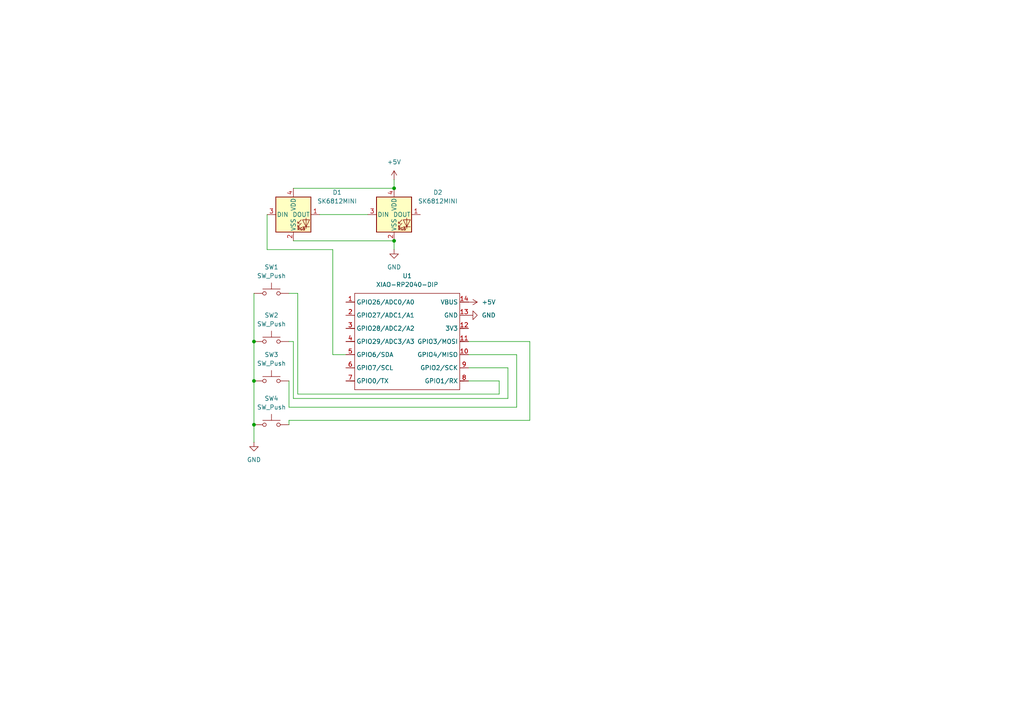
<source format=kicad_sch>
(kicad_sch (version 20250114) (generator "eeschema") (generator_version "9.0")
  (paper "A4")
  (lib_symbols
    (symbol "LED:SK6812MINI" (pin_names (offset 0.254))
      (property "Reference" "D" (at 5.08 5.715 0))
      (property "Value" "SK6812MINI" (at 1.27 -5.715 0))
      (symbol "SK6812MINI_0_0"
        (text "RGB" (at 2.286 -4.191 0) (effects (font (size 0.762 0.762))))
      )
      (symbol "SK6812MINI_0_1"
        (polyline (pts (xy 1.27 -2.54) (xy 1.778 -2.54)))
        (polyline (pts (xy 1.27 -3.556) (xy 1.778 -3.556)))
        (polyline (pts (xy 2.286 -1.524) (xy 1.27 -2.54) (xy 1.27 -2.032)))
        (polyline (pts (xy 2.286 -2.54) (xy 1.27 -3.556) (xy 1.27 -3.048)))
        (polyline (pts (xy 3.683 -1.016) (xy 3.683 -3.556) (xy 3.683 -4.064)))
        (polyline (pts (xy 4.699 -1.524) (xy 2.667 -1.524) (xy 3.683 -3.556) (xy 4.699 -1.524)))
        (polyline (pts (xy 4.699 -3.556) (xy 2.667 -3.556)))
        (rectangle (start 5.08 5.08) (end -5.08 -5.08) (stroke (width 0.254)) (fill (type background)))
      )
      (symbol "SK6812MINI_1_1"
        (pin input line (at -7.62 0 0) (length 2.54) (name "DIN") (number "3"))
        (pin power_in line (at 0 7.62 270) (length 2.54) (name "VDD") (number "4"))
        (pin power_in line (at 0 -7.62 90) (length 2.54) (name "VSS") (number "2"))
        (pin output line (at 7.62 0 180) (length 2.54) (name "DOUT") (number "1"))
      )
    )
    (symbol "OPL:XIAO-RP2040-DIP"
      (property "Reference" "U" (at 0 0 0))
      (property "Value" "XIAO-RP2040-DIP" (at 5.334 -1.778 0))
      (symbol "XIAO-RP2040-DIP_1_0"
        (polyline (pts (xy -1.27 -2.54) (xy 29.21 -2.54)) (stroke (width 0.1524)))
        (polyline (pts (xy -1.27 -5.08) (xy -2.54 -5.08)) (stroke (width 0.1524)))
        (polyline (pts (xy -1.27 -5.08) (xy -1.27 -2.54)) (stroke (width 0.1524)))
        (polyline (pts (xy -1.27 -8.89) (xy -2.54 -8.89)) (stroke (width 0.1524)))
        (polyline (pts (xy -1.27 -8.89) (xy -1.27 -5.08)) (stroke (width 0.1524)))
        (polyline (pts (xy -1.27 -12.7) (xy -2.54 -12.7)) (stroke (width 0.1524)))
        (polyline (pts (xy -1.27 -12.7) (xy -1.27 -8.89)) (stroke (width 0.1524)))
        (polyline (pts (xy -1.27 -16.51) (xy -2.54 -16.51)) (stroke (width 0.1524)))
        (polyline (pts (xy -1.27 -16.51) (xy -1.27 -12.7)) (stroke (width 0.1524)))
        (polyline (pts (xy -1.27 -20.32) (xy -2.54 -20.32)) (stroke (width 0.1524)))
        (polyline (pts (xy -1.27 -24.13) (xy -2.54 -24.13)) (stroke (width 0.1524)))
        (polyline (pts (xy -1.27 -27.94) (xy -2.54 -27.94)) (stroke (width 0.1524)))
        (polyline (pts (xy -1.27 -30.48) (xy -1.27 -16.51)) (stroke (width 0.1524)))
        (polyline (pts (xy 29.21 -2.54) (xy 29.21 -5.08)) (stroke (width 0.1524)))
        (polyline (pts (xy 29.21 -5.08) (xy 29.21 -8.89)) (stroke (width 0.1524)))
        (polyline (pts (xy 29.21 -8.89) (xy 29.21 -12.7)) (stroke (width 0.1524)))
        (polyline (pts (xy 29.21 -12.7) (xy 29.21 -30.48)) (stroke (width 0.1524)))
        (polyline (pts (xy 29.21 -30.48) (xy -1.27 -30.48)) (stroke (width 0.1524)))
        (polyline (pts (xy 30.48 -5.08) (xy 29.21 -5.08)) (stroke (width 0.1524)))
        (polyline (pts (xy 30.48 -8.89) (xy 29.21 -8.89)) (stroke (width 0.1524)))
        (polyline (pts (xy 30.48 -12.7) (xy 29.21 -12.7)) (stroke (width 0.1524)))
        (polyline (pts (xy 30.48 -16.51) (xy 29.21 -16.51)) (stroke (width 0.1524)))
        (polyline (pts (xy 30.48 -20.32) (xy 29.21 -20.32)) (stroke (width 0.1524)))
        (polyline (pts (xy 30.48 -24.13) (xy 29.21 -24.13)) (stroke (width 0.1524)))
        (polyline (pts (xy 30.48 -27.94) (xy 29.21 -27.94)) (stroke (width 0.1524)))
        (pin passive line (at -3.81 -5.08 0) (length 2.54) (name "GPIO26/ADC0/A0") (number "1"))
        (pin passive line (at -3.81 -8.89 0) (length 2.54) (name "GPIO27/ADC1/A1") (number "2"))
        (pin passive line (at -3.81 -12.7 0) (length 2.54) (name "GPIO28/ADC2/A2") (number "3"))
        (pin passive line (at -3.81 -16.51 0) (length 2.54) (name "GPIO29/ADC3/A3") (number "4"))
        (pin passive line (at -3.81 -20.32 0) (length 2.54) (name "GPIO6/SDA") (number "5"))
        (pin passive line (at -3.81 -24.13 0) (length 2.54) (name "GPIO7/SCL") (number "6"))
        (pin passive line (at -3.81 -27.94 0) (length 2.54) (name "GPIO0/TX") (number "7"))
        (pin passive line (at 31.75 -5.08 180) (length 2.54) (name "VBUS") (number "14"))
        (pin passive line (at 31.75 -8.89 180) (length 2.54) (name "GND") (number "13"))
        (pin passive line (at 31.75 -12.7 180) (length 2.54) (name "3V3") (number "12"))
        (pin passive line (at 31.75 -16.51 180) (length 2.54) (name "GPIO3/MOSI") (number "11"))
        (pin passive line (at 31.75 -20.32 180) (length 2.54) (name "GPIO4/MISO") (number "10"))
        (pin passive line (at 31.75 -24.13 180) (length 2.54) (name "GPIO2/SCK") (number "9"))
        (pin passive line (at 31.75 -27.94 180) (length 2.54) (name "GPIO1/RX") (number "8"))
      )
    )
    (symbol "Switch:SW_Push" (pin_numbers (hide yes)) (pin_names (offset 1.016) (hide yes))
      (property "Reference" "SW" (at 1.27 2.54 0))
      (property "Value" "SW_Push" (at 0 -1.524 0))
      (symbol "SW_Push_0_1"
        (circle (center -2.032 0) (radius 0.508))
        (polyline (pts (xy 0 1.27) (xy 0 3.048)))
        (circle (center 2.032 0) (radius 0.508))
        (polyline (pts (xy 2.54 1.27) (xy -2.54 1.27)))
        (pin passive line (at -5.08 0 0) (length 2.54) (name "1") (number "1"))
        (pin passive line (at 5.08 0 180) (length 2.54) (name "2") (number "2"))
      )
    )
    (symbol "power:+5V" (power) (pin_numbers (hide yes)) (pin_names (offset 0) (hide yes))
      (property "Value" "+5V" (at 0 3.556 0))
      (symbol "+5V_0_1"
        (polyline (pts (xy -0.762 1.27) (xy 0 2.54)))
        (polyline (pts (xy 0 2.54) (xy 0.762 1.27)))
        (polyline (pts (xy 0 0) (xy 0 2.54)))
      )
      (symbol "+5V_1_1"
        (pin power_in line (at 0 0 90) (length 0) (name "~") (number "1"))
      )
    )
    (symbol "power:GND" (power) (pin_numbers (hide yes)) (pin_names (offset 0) (hide yes))
      (property "Value" "GND" (at 0 -3.81 0))
      (symbol "GND_0_1"
        (polyline (pts (xy 0 0) (xy 0 -1.27) (xy 1.27 -1.27) (xy 0 -2.54) (xy -1.27 -1.27) (xy 0 -1.27)))
      )
      (symbol "GND_1_1"
        (pin power_in line (at 0 0 270) (length 0) (name "~") (number "1"))
      )
    )
  )
  (junction (at 114.3 54.61))
  (junction (at 73.66 99.06))
  (junction (at 73.66 123.19))
  (junction (at 114.3 69.85))
  (junction (at 73.66 110.49))
  (wire (pts (xy 85.09 115.57) (xy 85.09 99.06)))
  (wire (pts (xy 144.78 110.49) (xy 144.78 114.3)))
  (wire (pts (xy 73.66 99.06) (xy 73.66 110.49)))
  (wire (pts (xy 96.52 72.39) (xy 96.52 102.87)))
  (wire (pts (xy 83.82 110.49) (xy 83.82 118.11)))
  (wire (pts (xy 85.09 99.06) (xy 83.82 99.06)))
  (wire (pts (xy 73.66 123.19) (xy 73.66 128.27)))
  (wire (pts (xy 92.71 62.23) (xy 106.68 62.23)))
  (wire (pts (xy 135.89 110.49) (xy 144.78 110.49)))
  (wire (pts (xy 135.89 102.87) (xy 149.86 102.87)))
  (wire (pts (xy 96.52 102.87) (xy 100.33 102.87)))
  (wire (pts (xy 153.67 121.92) (xy 83.82 121.92)))
  (wire (pts (xy 86.36 114.3) (xy 86.36 85.09)))
  (wire (pts (xy 77.47 72.39) (xy 96.52 72.39)))
  (wire (pts (xy 135.89 106.68) (xy 147.32 106.68)))
  (wire (pts (xy 144.78 114.3) (xy 86.36 114.3)))
  (wire (pts (xy 83.82 121.92) (xy 83.82 123.19)))
  (wire (pts (xy 85.09 54.61) (xy 114.3 54.61)))
  (wire (pts (xy 85.09 69.85) (xy 114.3 69.85)))
  (wire (pts (xy 147.32 106.68) (xy 147.32 115.57)))
  (wire (pts (xy 86.36 85.09) (xy 83.82 85.09)))
  (wire (pts (xy 149.86 102.87) (xy 149.86 118.11)))
  (wire (pts (xy 135.89 99.06) (xy 153.67 99.06)))
  (wire (pts (xy 77.47 62.23) (xy 77.47 72.39)))
  (wire (pts (xy 153.67 99.06) (xy 153.67 121.92)))
  (wire (pts (xy 114.3 52.07) (xy 114.3 54.61)))
  (wire (pts (xy 149.86 118.11) (xy 83.82 118.11)))
  (wire (pts (xy 73.66 110.49) (xy 73.66 123.19)))
  (wire (pts (xy 114.3 69.85) (xy 114.3 72.39)))
  (wire (pts (xy 147.32 115.57) (xy 85.09 115.57)))
  (wire (pts (xy 73.66 85.09) (xy 73.66 99.06)))
  (symbol (lib_id "Switch:SW_Push") (at 78.74 99.06 0) (unit 1)
    (property "Reference" "SW2" (at 78.74 91.44 0))
    (property "Value" "SW_Push" (at 78.74 93.98 0))
    (property "Footprint" "Button_Switch_Keyboard:SW_Cherry_MX_1.00u_PCB" (effects (hide yes)))
    (property "Description" "Push button switch, generic, two pins" (effects (hide yes)))
  )
  (symbol (lib_id "Switch:SW_Push") (at 78.74 123.19 0) (unit 1)
    (property "Reference" "SW4" (at 78.74 115.57 0))
    (property "Value" "SW_Push" (at 78.74 118.11 0))
    (property "Footprint" "Button_Switch_Keyboard:SW_Cherry_MX_1.00u_PCB" (effects (hide yes)))
    (property "Description" "Push button switch, generic, two pins" (effects (hide yes)))
  )
  (symbol (lib_id "LED:SK6812MINI") (at 114.3 62.23 0) (unit 1)
    (property "Reference" "D2" (at 127 55.8098 0))
    (property "Value" "SK6812MINI" (at 127 58.3498 0))
    (property "Footprint" "LED_SMD:LED_SK6812MINI_PLCC4_3.5x3.5mm_P1.75mm" (effects (hide yes)))
    (property "Datasheet" "https://cdn-shop.adafruit.com/product-files/2686/SK6812MINI_REV.01-1-2.pdf" (effects (hide yes)))
    (property "Description" "RGB LED with integrated controller" (effects (hide yes)))
  )
  (symbol (lib_id "Switch:SW_Push") (at 78.74 85.09 0) (unit 1)
    (property "Reference" "SW1" (at 78.74 77.47 0))
    (property "Value" "SW_Push" (at 78.74 80.01 0))
    (property "Footprint" "Button_Switch_Keyboard:SW_Cherry_MX_1.00u_PCB" (effects (hide yes)))
    (property "Description" "Push button switch, generic, two pins" (effects (hide yes)))
  )
  (symbol (lib_id "power:GND") (at 73.66 128.27 0) (unit 1)
    (property "Reference" "#PWR01" (effects (hide yes)))
    (property "Value" "GND" (at 73.66 133.35 0))
    (property "Description" "Power symbol creates a global label with name \"GND\" , ground" (effects (hide yes)))
  )
  (symbol (lib_id "power:+5V") (at 135.89 87.63 270) (unit 1)
    (property "Reference" "#PWR04" (effects (hide yes)))
    (property "Value" "+5V" (at 139.7 87.6299 90) (effects (justify left)))
    (property "Description" "Power symbol creates a global label with name \"+5V\"" (effects (hide yes)))
  )
  (symbol (lib_id "power:GND") (at 114.3 72.39 0) (unit 1)
    (property "Reference" "#PWR02" (effects (hide yes)))
    (property "Value" "GND" (at 114.3 77.47 0))
    (property "Description" "Power symbol creates a global label with name \"GND\" , ground" (effects (hide yes)))
  )
  (symbol (lib_id "LED:SK6812MINI") (at 85.09 62.23 0) (unit 1)
    (property "Reference" "D1" (at 97.79 55.8098 0))
    (property "Value" "SK6812MINI" (at 97.79 58.3498 0))
    (property "Footprint" "LED_SMD:LED_SK6812MINI_PLCC4_3.5x3.5mm_P1.75mm" (effects (hide yes)))
    (property "Datasheet" "https://cdn-shop.adafruit.com/product-files/2686/SK6812MINI_REV.01-1-2.pdf" (effects (hide yes)))
    (property "Description" "RGB LED with integrated controller" (effects (hide yes)))
  )
  (symbol (lib_id "power:+5V") (at 114.3 52.07 0) (unit 1)
    (property "Reference" "#PWR03" (effects (hide yes)))
    (property "Value" "+5V" (at 114.3 46.99 0))
    (property "Description" "Power symbol creates a global label with name \"+5V\"" (effects (hide yes)))
  )
  (symbol (lib_id "OPL:XIAO-RP2040-DIP") (at 104.14 82.55 0) (unit 1)
    (property "Reference" "U1" (at 118.11 80.01 0))
    (property "Value" "XIAO-RP2040-DIP" (at 118.11 82.55 0))
    (property "Footprint" "XIAO_Footprints:XIAO-RP2040-DIP" (effects (hide yes)))
  )
  (symbol (lib_id "Switch:SW_Push") (at 78.74 110.49 0) (unit 1)
    (property "Reference" "SW3" (at 78.74 102.87 0))
    (property "Value" "SW_Push" (at 78.74 105.41 0))
    (property "Footprint" "Button_Switch_Keyboard:SW_Cherry_MX_1.00u_PCB" (effects (hide yes)))
    (property "Description" "Push button switch, generic, two pins" (effects (hide yes)))
  )
  (symbol (lib_id "power:GND") (at 135.89 91.44 90) (unit 1)
    (property "Reference" "#PWR05" (effects (hide yes)))
    (property "Value" "GND" (at 139.7 91.4399 90) (effects (justify right)))
    (property "Description" "Power symbol creates a global label with name \"GND\" , ground" (effects (hide yes)))
  )
)
</source>
